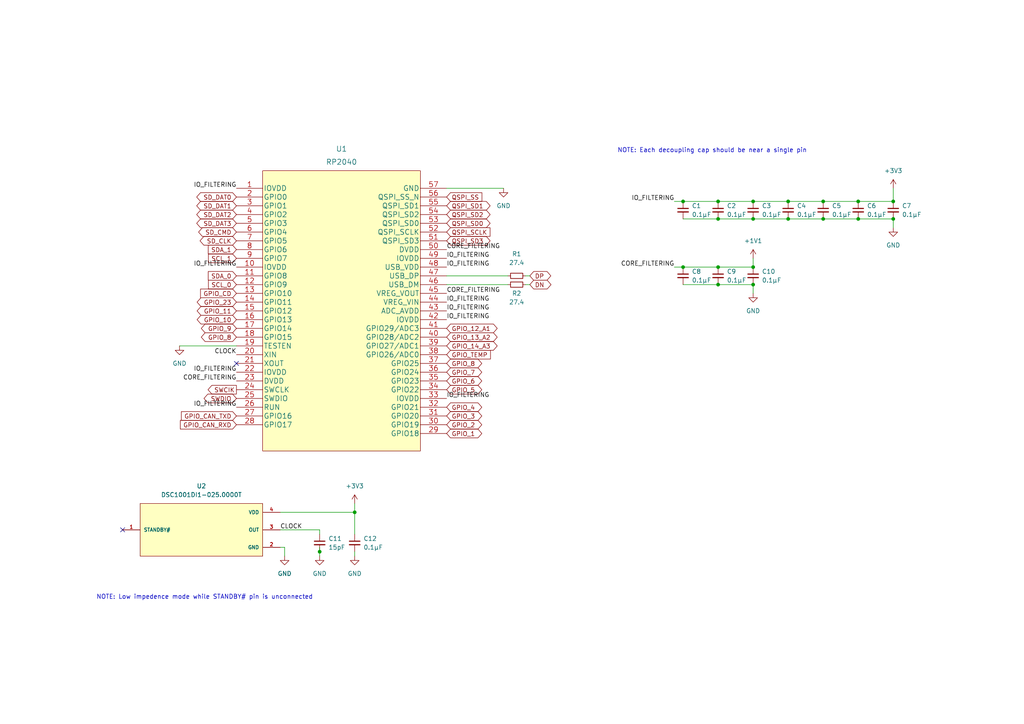
<source format=kicad_sch>
(kicad_sch (version 20211123) (generator eeschema)
  (paper "A4")
  (lib_symbols
    (symbol "Device:C_Small" (pin_numbers hide) (pin_names (offset 0.254) hide)
      (property "Reference" "C" (at 0.254 1.778 0))
      (property "Value" "C_Small" (at 0.254 -2.032 0))
      (symbol "C_Small_0_1"
        (polyline (pts (xy -1.524 -0.508) (xy 1.524 -0.508)) (stroke (width 0.3302)))
        (polyline (pts (xy -1.524 0.508) (xy 1.524 0.508)) (stroke (width 0.3048)))
      )
      (symbol "C_Small_1_1"
        (pin passive line (at 0 2.54 270) (length 2.032) (name "~") (number "1"))
        (pin passive line (at 0 -2.54 90) (length 2.032) (name "~") (number "2"))
      )
    )
    (symbol "Device:R_Small" (pin_numbers hide) (pin_names (offset 0.254) hide)
      (property "Reference" "R" (at 0.762 0.508 0))
      (property "Value" "R_Small" (at 0.762 -1.016 0))
      (symbol "R_Small_0_1"
        (rectangle (start -0.762 1.778) (end 0.762 -1.778) (stroke (width 0.2032)))
      )
      (symbol "R_Small_1_1"
        (pin passive line (at 0 2.54 270) (length 0.762) (name "~") (number "1"))
        (pin passive line (at 0 -2.54 90) (length 0.762) (name "~") (number "2"))
      )
    )
    (symbol "personal:DSC1001DI1-025.0000T" (pin_names (offset 1.016))
      (property "Reference" "U" (at -17.78 8.6106 0))
      (property "Value" "DSC1001DI1-025.0000T" (at -17.78 -11.6078 0))
      (symbol "DSC1001DI1-025.0000T_0_0"
        (rectangle (start -17.78 -7.62) (end 17.78 7.62) (fill (type background)))
        (pin input line (at -22.86 0 0) (length 5.08) (name "STANDBY#") (number "1"))
        (pin power_in line (at 22.86 -5.08 180) (length 5.08) (name "GND") (number "2"))
        (pin output line (at 22.86 0 180) (length 5.08) (name "OUT") (number "3"))
        (pin power_in line (at 22.86 5.08 180) (length 5.08) (name "VDD") (number "4"))
      )
    )
    (symbol "personal:RP2040" (pin_names (offset 0.254))
      (property "Reference" "U" (at 30.48 10.16 0))
      (property "Value" "RP2040" (at 30.48 7.62 0))
      (symbol "RP2040_0_1"
        (rectangle (start 7.62 5.08) (end 53.34 -76.2) (fill (type background)))
      )
      (symbol "RP2040_1_1"
        (pin power_in line (at 0 0 0) (length 7.62) (name "IOVDD") (number "1"))
        (pin power_in line (at 0 -22.86 0) (length 7.62) (name "IOVDD") (number "10"))
        (pin bidirectional line (at 0 -25.4 0) (length 7.62) (name "GPIO8") (number "11"))
        (pin bidirectional line (at 0 -27.94 0) (length 7.62) (name "GPIO9") (number "12"))
        (pin bidirectional line (at 0 -30.48 0) (length 7.62) (name "GPIO10") (number "13"))
        (pin bidirectional line (at 0 -33.02 0) (length 7.62) (name "GPIO11") (number "14"))
        (pin bidirectional line (at 0 -35.56 0) (length 7.62) (name "GPIO12") (number "15"))
        (pin bidirectional line (at 0 -38.1 0) (length 7.62) (name "GPIO13") (number "16"))
        (pin bidirectional line (at 0 -40.64 0) (length 7.62) (name "GPIO14") (number "17"))
        (pin bidirectional line (at 0 -43.18 0) (length 7.62) (name "GPIO15") (number "18"))
        (pin unspecified line (at 0 -45.72 0) (length 7.62) (name "TESTEN") (number "19"))
        (pin bidirectional line (at 0 -2.54 0) (length 7.62) (name "GPIO0") (number "2"))
        (pin unspecified line (at 0 -48.26 0) (length 7.62) (name "XIN") (number "20"))
        (pin output line (at 0 -50.8 0) (length 7.62) (name "XOUT") (number "21"))
        (pin power_in line (at 0 -53.34 0) (length 7.62) (name "IOVDD") (number "22"))
        (pin power_in line (at 0 -55.88 0) (length 7.62) (name "DVDD") (number "23"))
        (pin unspecified line (at 0 -58.42 0) (length 7.62) (name "SWCLK") (number "24"))
        (pin unspecified line (at 0 -60.96 0) (length 7.62) (name "SWDIO") (number "25"))
        (pin unspecified line (at 0 -63.5 0) (length 7.62) (name "RUN") (number "26"))
        (pin bidirectional line (at 0 -66.04 0) (length 7.62) (name "GPIO16") (number "27"))
        (pin bidirectional line (at 0 -68.58 0) (length 7.62) (name "GPIO17") (number "28"))
        (pin bidirectional line (at 60.96 -71.12 180) (length 7.62) (name "GPIO18") (number "29"))
        (pin bidirectional line (at 0 -5.08 0) (length 7.62) (name "GPIO1") (number "3"))
        (pin bidirectional line (at 60.96 -68.58 180) (length 7.62) (name "GPIO19") (number "30"))
        (pin bidirectional line (at 60.96 -66.04 180) (length 7.62) (name "GPIO20") (number "31"))
        (pin bidirectional line (at 60.96 -63.5 180) (length 7.62) (name "GPIO21") (number "32"))
        (pin power_in line (at 60.96 -60.96 180) (length 7.62) (name "IOVDD") (number "33"))
        (pin bidirectional line (at 60.96 -58.42 180) (length 7.62) (name "GPIO22") (number "34"))
        (pin bidirectional line (at 60.96 -55.88 180) (length 7.62) (name "GPIO23") (number "35"))
        (pin bidirectional line (at 60.96 -53.34 180) (length 7.62) (name "GPIO24") (number "36"))
        (pin bidirectional line (at 60.96 -50.8 180) (length 7.62) (name "GPIO25") (number "37"))
        (pin bidirectional line (at 60.96 -48.26 180) (length 7.62) (name "GPIO26/ADC0") (number "38"))
        (pin bidirectional line (at 60.96 -45.72 180) (length 7.62) (name "GPIO27/ADC1") (number "39"))
        (pin bidirectional line (at 0 -7.62 0) (length 7.62) (name "GPIO2") (number "4"))
        (pin bidirectional line (at 60.96 -43.18 180) (length 7.62) (name "GPIO28/ADC2") (number "40"))
        (pin bidirectional line (at 60.96 -40.64 180) (length 7.62) (name "GPIO29/ADC3") (number "41"))
        (pin power_in line (at 60.96 -38.1 180) (length 7.62) (name "IOVDD") (number "42"))
        (pin power_in line (at 60.96 -35.56 180) (length 7.62) (name "ADC_AVDD") (number "43"))
        (pin unspecified line (at 60.96 -33.02 180) (length 7.62) (name "VREG_VIN") (number "44"))
        (pin output line (at 60.96 -30.48 180) (length 7.62) (name "VREG_VOUT") (number "45"))
        (pin unspecified line (at 60.96 -27.94 180) (length 7.62) (name "USB_DM") (number "46"))
        (pin unspecified line (at 60.96 -25.4 180) (length 7.62) (name "USB_DP") (number "47"))
        (pin power_in line (at 60.96 -22.86 180) (length 7.62) (name "USB_VDD") (number "48"))
        (pin power_in line (at 60.96 -20.32 180) (length 7.62) (name "IOVDD") (number "49"))
        (pin bidirectional line (at 0 -10.16 0) (length 7.62) (name "GPIO3") (number "5"))
        (pin power_in line (at 60.96 -17.78 180) (length 7.62) (name "DVDD") (number "50"))
        (pin bidirectional line (at 60.96 -15.24 180) (length 7.62) (name "QSPI_SD3") (number "51"))
        (pin unspecified line (at 60.96 -12.7 180) (length 7.62) (name "QSPI_SCLK") (number "52"))
        (pin bidirectional line (at 60.96 -10.16 180) (length 7.62) (name "QSPI_SD0") (number "53"))
        (pin bidirectional line (at 60.96 -7.62 180) (length 7.62) (name "QSPI_SD2") (number "54"))
        (pin bidirectional line (at 60.96 -5.08 180) (length 7.62) (name "QSPI_SD1") (number "55"))
        (pin unspecified line (at 60.96 -2.54 180) (length 7.62) (name "QSPI_SS_N") (number "56"))
        (pin power_in line (at 60.96 0 180) (length 7.62) (name "GND") (number "57"))
        (pin bidirectional line (at 0 -12.7 0) (length 7.62) (name "GPIO4") (number "6"))
        (pin bidirectional line (at 0 -15.24 0) (length 7.62) (name "GPIO5") (number "7"))
        (pin bidirectional line (at 0 -17.78 0) (length 7.62) (name "GPIO6") (number "8"))
        (pin bidirectional line (at 0 -20.32 0) (length 7.62) (name "GPIO7") (number "9"))
      )
    )
    (symbol "power:+1V1" (power) (pin_names (offset 0))
      (property "Value" "+1V1" (at 0 3.556 0))
      (symbol "+1V1_0_1"
        (polyline (pts (xy -0.762 1.27) (xy 0 2.54)))
        (polyline (pts (xy 0 0) (xy 0 2.54)))
        (polyline (pts (xy 0 2.54) (xy 0.762 1.27)))
      )
      (symbol "+1V1_1_1"
        (pin power_in line (at 0 0 90) (length 0) hide (name "+1V1") (number "1"))
      )
    )
    (symbol "power:+3V3" (power) (pin_names (offset 0))
      (property "Value" "+3V3" (at 0 3.556 0))
      (symbol "+3V3_0_1"
        (polyline (pts (xy -0.762 1.27) (xy 0 2.54)))
        (polyline (pts (xy 0 0) (xy 0 2.54)))
        (polyline (pts (xy 0 2.54) (xy 0.762 1.27)))
      )
      (symbol "+3V3_1_1"
        (pin power_in line (at 0 0 90) (length 0) hide (name "+3V3") (number "1"))
      )
    )
    (symbol "power:GND" (power) (pin_names (offset 0))
      (property "Value" "GND" (at 0 -3.81 0))
      (symbol "GND_0_1"
        (polyline (pts (xy 0 0) (xy 0 -1.27) (xy 1.27 -1.27) (xy 0 -2.54) (xy -1.27 -1.27) (xy 0 -1.27)))
      )
      (symbol "GND_1_1"
        (pin power_in line (at 0 0 270) (length 0) hide (name "GND") (number "1"))
      )
    )
  )
  (junction (at 218.44 63.5))
  (junction (at 208.28 58.42))
  (junction (at 228.6 63.5))
  (junction (at 102.87 148.59))
  (junction (at 218.44 82.55))
  (junction (at 92.71 160.02))
  (junction (at 208.28 63.5))
  (junction (at 259.08 63.5))
  (junction (at 218.44 58.42))
  (junction (at 248.92 63.5))
  (junction (at 198.12 58.42))
  (junction (at 218.44 77.47))
  (junction (at 238.76 58.42))
  (junction (at 248.92 58.42))
  (junction (at 238.76 63.5))
  (junction (at 208.28 82.55))
  (junction (at 228.6 58.42))
  (junction (at 208.28 77.47))
  (junction (at 259.08 58.42))
  (junction (at 198.12 77.47))
  (no_connect (at 68.58 105.41))
  (no_connect (at 35.56 153.67))
  (wire (pts (xy 129.54 80.01) (xy 147.32 80.01)))
  (wire (pts (xy 198.12 63.5) (xy 208.28 63.5)))
  (wire (pts (xy 248.92 63.5) (xy 259.08 63.5)))
  (wire (pts (xy 153.67 82.55) (xy 152.4 82.55)))
  (wire (pts (xy 259.08 63.5) (xy 259.08 66.04)))
  (wire (pts (xy 52.07 100.33) (xy 68.58 100.33)))
  (wire (pts (xy 238.76 58.42) (xy 248.92 58.42)))
  (wire (pts (xy 228.6 63.5) (xy 238.76 63.5)))
  (wire (pts (xy 195.58 58.42) (xy 198.12 58.42)))
  (wire (pts (xy 102.87 148.59) (xy 102.87 154.94)))
  (wire (pts (xy 129.54 54.61) (xy 146.05 54.61)))
  (wire (pts (xy 248.92 58.42) (xy 259.08 58.42)))
  (wire (pts (xy 208.28 58.42) (xy 218.44 58.42)))
  (wire (pts (xy 218.44 74.93) (xy 218.44 77.47)))
  (wire (pts (xy 81.28 158.75) (xy 82.55 158.75)))
  (wire (pts (xy 218.44 82.55) (xy 218.44 85.09)))
  (wire (pts (xy 208.28 77.47) (xy 218.44 77.47)))
  (wire (pts (xy 102.87 148.59) (xy 102.87 146.05)))
  (wire (pts (xy 81.28 148.59) (xy 102.87 148.59)))
  (wire (pts (xy 195.58 77.47) (xy 198.12 77.47)))
  (wire (pts (xy 208.28 82.55) (xy 218.44 82.55)))
  (wire (pts (xy 92.71 153.67) (xy 92.71 154.94)))
  (wire (pts (xy 198.12 58.42) (xy 208.28 58.42)))
  (wire (pts (xy 153.67 80.01) (xy 152.4 80.01)))
  (wire (pts (xy 228.6 58.42) (xy 238.76 58.42)))
  (wire (pts (xy 238.76 63.5) (xy 248.92 63.5)))
  (wire (pts (xy 102.87 161.29) (xy 102.87 160.02)))
  (wire (pts (xy 92.71 160.02) (xy 92.71 158.75)))
  (wire (pts (xy 81.28 153.67) (xy 92.71 153.67)))
  (wire (pts (xy 208.28 63.5) (xy 218.44 63.5)))
  (wire (pts (xy 82.55 158.75) (xy 82.55 161.29)))
  (wire (pts (xy 129.54 82.55) (xy 147.32 82.55)))
  (wire (pts (xy 198.12 77.47) (xy 208.28 77.47)))
  (wire (pts (xy 218.44 58.42) (xy 228.6 58.42)))
  (wire (pts (xy 218.44 63.5) (xy 228.6 63.5)))
  (wire (pts (xy 92.71 161.29) (xy 92.71 160.02)))
  (wire (pts (xy 259.08 54.61) (xy 259.08 58.42)))
  (wire (pts (xy 198.12 82.55) (xy 208.28 82.55)))
  (text "NOTE: Each decoupling cap should be near a single pin" (at 179.07 44.45 0) (effects (font (size 1.27 1.27)) (justify left bottom)))
  (text "NOTE: Low impedence mode while STANDBY# pin is unconnected" (at 27.94 173.99 0) (effects (font (size 1.27 1.27)) (justify left bottom)))
  (label "CORE_FILTERING" (at 129.54 72.39 0))
  (label "IO_FILTERING" (at 68.58 54.61 180))
  (label "CORE_FILTERING" (at 195.58 77.47 180))
  (label "IO_FILTERING" (at 68.58 118.11 180))
  (label "IO_FILTERING" (at 68.58 107.95 180))
  (label "CLOCK" (at 81.28 153.67 0))
  (label "IO_FILTERING" (at 129.54 92.71 0))
  (label "CORE_FILTERING" (at 129.54 85.09 0))
  (label "IO_FILTERING" (at 129.54 74.93 0))
  (label "IO_FILTERING" (at 195.58 58.42 180))
  (label "IO_FILTERING" (at 68.58 77.47 180))
  (label "IO_FILTERING" (at 129.54 87.63 0))
  (label "IO_FILTERING" (at 129.54 115.57 0))
  (label "CORE_FILTERING" (at 68.58 110.49 180))
  (label "IO_FILTERING" (at 129.54 90.17 0))
  (label "IO_FILTERING" (at 129.54 77.47 0))
  (label "CLOCK" (at 68.58 102.87 180))
  (global_label "QSPI_SD3" (shape bidirectional) (at 129.54 69.85 0) (property "Intersheet References" "${INTERSHEET_REFS}" (effects hide)))
  (global_label "SDA_1" (shape input) (at 68.58 72.39 180) (property "Intersheet References" "${INTERSHEET_REFS}" (effects hide)))
  (global_label "SWCIK" (shape output) (at 68.58 113.03 180) (property "Intersheet References" "${INTERSHEET_REFS}" (effects hide)))
  (global_label "QSPI_SD0" (shape bidirectional) (at 129.54 64.77 0) (property "Intersheet References" "${INTERSHEET_REFS}" (effects hide)))
  (global_label "GPIO_12_A1" (shape bidirectional) (at 129.54 95.25 0) (property "Intersheet References" "${INTERSHEET_REFS}" (effects hide)))
  (global_label "DN" (shape bidirectional) (at 153.67 82.55 0) (property "Intersheet References" "${INTERSHEET_REFS}" (effects hide)))
  (global_label "QSPI_SD2" (shape bidirectional) (at 129.54 62.23 0) (property "Intersheet References" "${INTERSHEET_REFS}" (effects hide)))
  (global_label "SDA_0" (shape input) (at 68.58 80.01 180) (property "Intersheet References" "${INTERSHEET_REFS}" (effects hide)))
  (global_label "GPIO_4" (shape bidirectional) (at 129.54 118.11 0) (property "Intersheet References" "${INTERSHEET_REFS}" (effects hide)))
  (global_label "QSPI_SS" (shape input) (at 129.54 57.15 0) (property "Intersheet References" "${INTERSHEET_REFS}" (effects hide)))
  (global_label "QSPI_SD1" (shape bidirectional) (at 129.54 59.69 0) (property "Intersheet References" "${INTERSHEET_REFS}" (effects hide)))
  (global_label "SD_CLK" (shape bidirectional) (at 68.58 69.85 180) (property "Intersheet References" "${INTERSHEET_REFS}" (effects hide)))
  (global_label "GPIO_CAN_RXD" (shape input) (at 68.58 123.19 180) (property "Intersheet References" "${INTERSHEET_REFS}" (effects hide)))
  (global_label "SWDIO" (shape bidirectional) (at 68.58 115.57 180) (property "Intersheet References" "${INTERSHEET_REFS}" (effects hide)))
  (global_label "GPIO_13_A2" (shape bidirectional) (at 129.54 97.79 0) (property "Intersheet References" "${INTERSHEET_REFS}" (effects hide)))
  (global_label "SD_DAT1" (shape bidirectional) (at 68.58 59.69 180) (property "Intersheet References" "${INTERSHEET_REFS}" (effects hide)))
  (global_label "SD_DAT2" (shape bidirectional) (at 68.58 62.23 180) (property "Intersheet References" "${INTERSHEET_REFS}" (effects hide)))
  (global_label "GPIO_6" (shape bidirectional) (at 129.54 110.49 0) (property "Intersheet References" "${INTERSHEET_REFS}" (effects hide)))
  (global_label "GPIO_9" (shape bidirectional) (at 68.58 95.25 180) (property "Intersheet References" "${INTERSHEET_REFS}" (effects hide)))
  (global_label "GPIO_11" (shape bidirectional) (at 68.58 90.17 180) (property "Intersheet References" "${INTERSHEET_REFS}" (effects hide)))
  (global_label "SCL_0" (shape input) (at 68.58 82.55 180) (property "Intersheet References" "${INTERSHEET_REFS}" (effects hide)))
  (global_label "GPIO_7" (shape bidirectional) (at 129.54 107.95 0) (property "Intersheet References" "${INTERSHEET_REFS}" (effects hide)))
  (global_label "GPIO_8" (shape bidirectional) (at 68.58 97.79 180) (property "Intersheet References" "${INTERSHEET_REFS}" (effects hide)))
  (global_label "SD_DAT0" (shape bidirectional) (at 68.58 57.15 180) (property "Intersheet References" "${INTERSHEET_REFS}" (effects hide)))
  (global_label "GPIO_3" (shape bidirectional) (at 129.54 120.65 0) (property "Intersheet References" "${INTERSHEET_REFS}" (effects hide)))
  (global_label "GPIO_14_A3" (shape bidirectional) (at 129.54 100.33 0) (property "Intersheet References" "${INTERSHEET_REFS}" (effects hide)))
  (global_label "QSPI_SCLK" (shape input) (at 129.54 67.31 0) (property "Intersheet References" "${INTERSHEET_REFS}" (effects hide)))
  (global_label "GPIO_10" (shape bidirectional) (at 68.58 92.71 180) (property "Intersheet References" "${INTERSHEET_REFS}" (effects hide)))
  (global_label "SD_DAT3" (shape bidirectional) (at 68.58 64.77 180) (property "Intersheet References" "${INTERSHEET_REFS}" (effects hide)))
  (global_label "GPIO_1" (shape bidirectional) (at 129.54 125.73 0) (property "Intersheet References" "${INTERSHEET_REFS}" (effects hide)))
  (global_label "GPIO_TEMP" (shape input) (at 129.54 102.87 0) (property "Intersheet References" "${INTERSHEET_REFS}" (effects hide)))
  (global_label "GPIO_8" (shape bidirectional) (at 129.54 105.41 0) (property "Intersheet References" "${INTERSHEET_REFS}" (effects hide)))
  (global_label "GPIO_2" (shape bidirectional) (at 129.54 123.19 0) (property "Intersheet References" "${INTERSHEET_REFS}" (effects hide)))
  (global_label "SD_CMD" (shape bidirectional) (at 68.58 67.31 180) (property "Intersheet References" "${INTERSHEET_REFS}" (effects hide)))
  (global_label "SCL_1" (shape input) (at 68.58 74.93 180) (property "Intersheet References" "${INTERSHEET_REFS}" (effects hide)))
  (global_label "GPIO_23" (shape bidirectional) (at 68.58 87.63 180) (property "Intersheet References" "${INTERSHEET_REFS}" (effects hide)))
  (global_label "GPIO_CAN_TXD" (shape input) (at 68.58 120.65 180) (property "Intersheet References" "${INTERSHEET_REFS}" (effects hide)))
  (global_label "GPIO_CD" (shape input) (at 68.58 85.09 180) (property "Intersheet References" "${INTERSHEET_REFS}" (effects hide)))
  (global_label "GPIO_5" (shape bidirectional) (at 129.54 113.03 0) (property "Intersheet References" "${INTERSHEET_REFS}" (effects hide)))
  (global_label "DP" (shape bidirectional) (at 153.67 80.01 0) (property "Intersheet References" "${INTERSHEET_REFS}" (effects hide)))
  (symbol (lib_id "power:GND") (at 218.44 85.09 0) (unit 1)
    (property "Reference" "#PWR05" (effects hide))
    (property "Value" "GND" (at 218.44 90.17 0))
  )
  (symbol (lib_id "Device:C_Small") (at 198.12 80.01 0) (unit 1)
    (property "Reference" "C8" (at 200.66 78.7462 0) (effects (justify left)))
    (property "Value" "0.1µF" (at 200.66 81.2862 0) (effects (justify left)))
    (property "Footprint" "personal:C_0402_1005Metric" (effects hide))
  )
  (symbol (lib_id "Device:R_Small") (at 149.86 82.55 90) (unit 1)
    (property "Reference" "R2" (at 149.86 85.09 90))
    (property "Value" "27.4" (at 149.86 87.63 90))
    (property "Footprint" "personal:R_0402_1005Metric" (effects hide))
  )
  (symbol (lib_id "Device:C_Small") (at 248.92 60.96 0) (unit 1)
    (property "Reference" "C6" (at 251.46 59.6962 0) (effects (justify left)))
    (property "Value" "0.1µF" (at 251.46 62.2362 0) (effects (justify left)))
    (property "Footprint" "personal:C_0402_1005Metric" (effects hide))
  )
  (symbol (lib_id "Device:C_Small") (at 259.08 60.96 0) (unit 1)
    (property "Reference" "C7" (at 261.62 59.6962 0) (effects (justify left)))
    (property "Value" "0.1µF" (at 261.62 62.2362 0) (effects (justify left)))
    (property "Footprint" "personal:C_0402_1005Metric" (effects hide))
  )
  (symbol (lib_id "Device:C_Small") (at 238.76 60.96 0) (unit 1)
    (property "Reference" "C5" (at 241.3 59.6962 0) (effects (justify left)))
    (property "Value" "0.1µF" (at 241.3 62.2362 0) (effects (justify left)))
    (property "Footprint" "personal:C_0402_1005Metric" (effects hide))
  )
  (symbol (lib_id "Device:C_Small") (at 92.71 157.48 0) (unit 1)
    (property "Reference" "C11" (at 95.25 156.2162 0) (effects (justify left)))
    (property "Value" "15pF" (at 95.25 158.7562 0) (effects (justify left)))
    (property "Footprint" "personal:C_0402_1005Metric" (effects hide))
  )
  (symbol (lib_id "Device:C_Small") (at 228.6 60.96 0) (unit 1)
    (property "Reference" "C4" (at 231.14 59.6962 0) (effects (justify left)))
    (property "Value" "0.1µF" (at 231.14 62.2362 0) (effects (justify left)))
    (property "Footprint" "personal:C_0402_1005Metric" (effects hide))
  )
  (symbol (lib_id "power:+1V1") (at 218.44 74.93 0) (unit 1)
    (property "Reference" "#PWR04" (effects hide))
    (property "Value" "+1V1" (at 218.44 69.85 0))
  )
  (symbol (lib_id "Device:C_Small") (at 102.87 157.48 0) (unit 1)
    (property "Reference" "C12" (at 105.41 156.2162 0) (effects (justify left)))
    (property "Value" "0.1µF" (at 105.41 158.7562 0) (effects (justify left)))
    (property "Footprint" "personal:C_0402_1005Metric" (effects hide))
  )
  (symbol (lib_id "power:+3V3") (at 102.87 146.05 0) (unit 1)
    (property "Reference" "#PWR07" (effects hide))
    (property "Value" "+3V3" (at 102.87 140.97 0))
  )
  (symbol (lib_id "power:GND") (at 102.87 161.29 0) (unit 1)
    (property "Reference" "#PWR010" (effects hide))
    (property "Value" "GND" (at 102.87 166.37 0))
  )
  (symbol (lib_id "Device:C_Small") (at 218.44 80.01 0) (unit 1)
    (property "Reference" "C10" (at 220.98 78.7462 0) (effects (justify left)))
    (property "Value" "0.1µF" (at 220.98 81.2862 0) (effects (justify left)))
    (property "Footprint" "personal:C_0402_1005Metric" (effects hide))
  )
  (symbol (lib_id "power:+3V3") (at 259.08 54.61 0) (unit 1)
    (property "Reference" "#PWR02" (effects hide))
    (property "Value" "+3V3" (at 259.08 49.53 0))
  )
  (symbol (lib_id "Device:C_Small") (at 198.12 60.96 0) (unit 1)
    (property "Reference" "C1" (at 200.66 59.6962 0) (effects (justify left)))
    (property "Value" "0.1µF" (at 200.66 62.2362 0) (effects (justify left)))
    (property "Footprint" "personal:C_0402_1005Metric" (effects hide))
  )
  (symbol (lib_id "power:GND") (at 146.05 54.61 0) (unit 1)
    (property "Reference" "#PWR01" (effects hide))
    (property "Value" "GND" (at 146.05 59.69 0))
  )
  (symbol (lib_id "personal:RP2040") (at 68.58 54.61 0) (unit 1)
    (property "Reference" "U1" (at 99.06 43.18 0) (effects (font (size 1.524 1.524))))
    (property "Value" "RP2040" (at 99.06 46.99 0) (effects (font (size 1.524 1.524))))
    (property "Footprint" "personal:IC57_RP2040" (effects hide))
    (property "Datasheet" "https://datasheets.raspberrypi.com/rp2040/rp2040-datasheet.pdf" (effects hide))
  )
  (symbol (lib_id "power:GND") (at 259.08 66.04 0) (unit 1)
    (property "Reference" "#PWR03" (effects hide))
    (property "Value" "GND" (at 259.08 71.12 0))
  )
  (symbol (lib_id "Device:R_Small") (at 149.86 80.01 90) (unit 1)
    (property "Reference" "R1" (at 149.86 73.66 90))
    (property "Value" "27.4" (at 149.86 76.2 90))
    (property "Footprint" "personal:R_0402_1005Metric" (effects hide))
  )
  (symbol (lib_id "personal:DSC1001DI1-025.0000T") (at 58.42 153.67 0) (unit 1)
    (property "Reference" "U2" (at 58.42 140.97 0))
    (property "Value" "DSC1001DI1-025.0000T" (at 58.42 143.51 0))
    (property "Footprint" "personal:OSCDFN250X200X89-4N" (effects hide))
    (property "Datasheet" "https://www.mouser.com/datasheet/2/268/MCHP_S_A0003587227_1-2520798.pdf" (effects hide))
    (property "Package" "OSCDFN250X200X89-4N" (effects hide))
    (property "Manufacturer" "Microchip" (effects hide))
  )
  (symbol (lib_id "Device:C_Small") (at 218.44 60.96 0) (unit 1)
    (property "Reference" "C3" (at 220.98 59.6962 0) (effects (justify left)))
    (property "Value" "0.1µF" (at 220.98 62.2362 0) (effects (justify left)))
    (property "Footprint" "personal:C_0402_1005Metric" (effects hide))
  )
  (symbol (lib_id "Device:C_Small") (at 208.28 60.96 0) (unit 1)
    (property "Reference" "C2" (at 210.82 59.6962 0) (effects (justify left)))
    (property "Value" "0.1µF" (at 210.82 62.2362 0) (effects (justify left)))
    (property "Footprint" "personal:C_0402_1005Metric" (effects hide))
  )
  (symbol (lib_id "power:GND") (at 92.71 161.29 0) (unit 1)
    (property "Reference" "#PWR09" (effects hide))
    (property "Value" "GND" (at 92.71 166.37 0))
  )
  (symbol (lib_id "power:GND") (at 82.55 161.29 0) (unit 1)
    (property "Reference" "#PWR08" (effects hide))
    (property "Value" "GND" (at 82.55 166.37 0))
  )
  (symbol (lib_id "Device:C_Small") (at 208.28 80.01 0) (unit 1)
    (property "Reference" "C9" (at 210.82 78.7462 0) (effects (justify left)))
    (property "Value" "0.1µF" (at 210.82 81.2862 0) (effects (justify left)))
    (property "Footprint" "personal:C_0402_1005Metric" (effects hide))
  )
  (symbol (lib_id "power:GND") (at 52.07 100.33 0) (unit 1)
    (property "Reference" "#PWR06" (effects hide))
    (property "Value" "GND" (at 52.07 105.41 0))
  )
)
</source>
